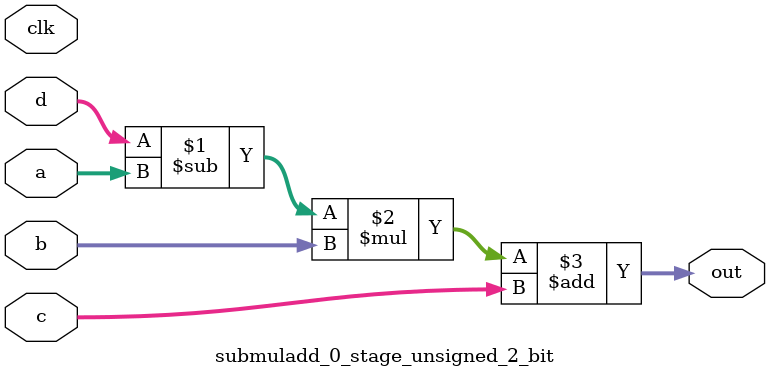
<source format=sv>
(* use_dsp = "yes" *) module submuladd_0_stage_unsigned_2_bit(
	input  [1:0] a,
	input  [1:0] b,
	input  [1:0] c,
	input  [1:0] d,
	output [1:0] out,
	input clk);

	assign out = ((d - a) * b) + c;
endmodule

</source>
